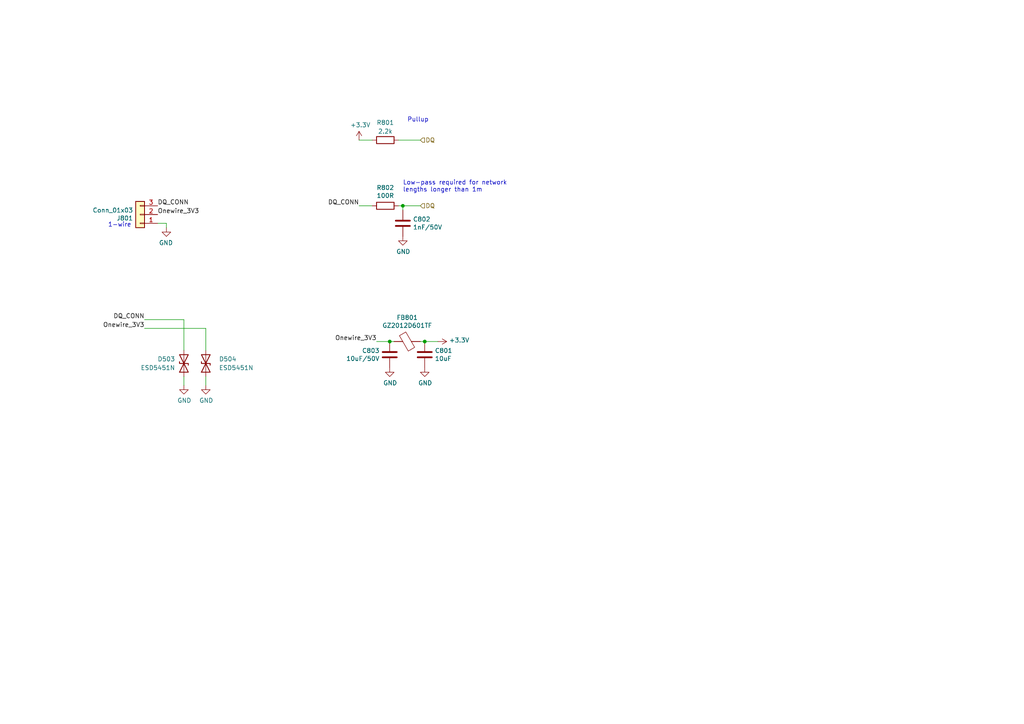
<source format=kicad_sch>
(kicad_sch (version 20230121) (generator eeschema)
  (paper "A4")
  (title_block (title "Hat Labs Marine Engine & Tank interface (HALMET)") (date "2024-01-18") (rev "1.0.1") (company "Hat Labs Ltd") (comment 1 "https://creativecommons.org/licenses/by-sa/4.0") (comment 2 "To view a copy of this license, visit ") (comment 3 "HALMET is licensed under CC BY-SA 4.0."))
  (lib_symbols
    (symbol "Connector_Generic:Conn_01x03" (pin_names (offset 1.016) hide)
      (property "Reference" "J" (at 0 5.08 0))
      (property "Value" "Conn_01x03" (at 0 -5.08 0))
      (symbol "Conn_01x03_1_1"
        (rectangle (start -1.27 -2.413) (end 0 -2.667) (stroke (width 0.1524)))
        (rectangle (start -1.27 0.127) (end 0 -0.127) (stroke (width 0.1524)))
        (rectangle (start -1.27 2.667) (end 0 2.413) (stroke (width 0.1524)))
        (rectangle (start -1.27 3.81) (end 1.27 -3.81) (stroke (width 0.254)) (fill (type background)))
        (pin passive line (at -5.08 2.54 0) (length 3.81) (name "Pin_1") (number "1"))
        (pin passive line (at -5.08 0 0) (length 3.81) (name "Pin_2") (number "2"))
        (pin passive line (at -5.08 -2.54 0) (length 3.81) (name "Pin_3") (number "3"))
      )
    )
    (symbol "Device:C" (pin_numbers hide) (pin_names (offset 0.254))
      (property "Reference" "C" (at 0.635 2.54 0))
      (property "Value" "C" (at 0.635 -2.54 0))
      (symbol "C_0_1"
        (polyline (pts (xy -2.032 -0.762) (xy 2.032 -0.762)) (stroke (width 0.508)))
        (polyline (pts (xy -2.032 0.762) (xy 2.032 0.762)) (stroke (width 0.508)))
      )
      (symbol "C_1_1"
        (pin passive line (at 0 3.81 270) (length 2.794) (name "~") (number "1"))
        (pin passive line (at 0 -3.81 90) (length 2.794) (name "~") (number "2"))
      )
    )
    (symbol "Device:D_TVS" (pin_numbers hide) (pin_names (offset 1.016) hide)
      (property "Reference" "D" (at 0 2.54 0))
      (property "Value" "D_TVS" (at 0 -2.54 0))
      (symbol "D_TVS_0_1"
        (polyline (pts (xy 1.27 0) (xy -1.27 0)))
        (polyline (pts (xy 0.508 1.27) (xy 0 1.27) (xy 0 -1.27) (xy -0.508 -1.27)) (stroke (width 0.254)))
        (polyline (pts (xy -2.54 1.27) (xy -2.54 -1.27) (xy 2.54 1.27) (xy 2.54 -1.27) (xy -2.54 1.27)) (stroke (width 0.254)))
      )
      (symbol "D_TVS_1_1"
        (pin passive line (at -3.81 0 0) (length 2.54) (name "A1") (number "1"))
        (pin passive line (at 3.81 0 180) (length 2.54) (name "A2") (number "2"))
      )
    )
    (symbol "Device:FerriteBead" (pin_numbers hide) (pin_names (offset 0))
      (property "Reference" "FB" (at -3.81 0.635 90))
      (property "Value" "FerriteBead" (at 3.81 0 90))
      (symbol "FerriteBead_0_1"
        (polyline (pts (xy 0 -1.27) (xy 0 -1.2192)))
        (polyline (pts (xy 0 1.27) (xy 0 1.2954)))
        (polyline (pts (xy -2.7686 0.4064) (xy -1.7018 2.2606) (xy 2.7686 -0.3048) (xy 1.6764 -2.159) (xy -2.7686 0.4064)))
      )
      (symbol "FerriteBead_1_1"
        (pin passive line (at 0 3.81 270) (length 2.54) (name "~") (number "1"))
        (pin passive line (at 0 -3.81 90) (length 2.54) (name "~") (number "2"))
      )
    )
    (symbol "Device:R" (pin_numbers hide) (pin_names (offset 0))
      (property "Reference" "R" (at 2.032 0 90))
      (property "Value" "R" (at 0 0 90))
      (symbol "R_0_1"
        (rectangle (start -1.016 -2.54) (end 1.016 2.54) (stroke (width 0.254)))
      )
      (symbol "R_1_1"
        (pin passive line (at 0 3.81 270) (length 1.27) (name "~") (number "1"))
        (pin passive line (at 0 -3.81 90) (length 1.27) (name "~") (number "2"))
      )
    )
    (symbol "power:+3.3V" (power) (pin_names (offset 0))
      (property "Value" "+3.3V" (at 0 3.556 0))
      (symbol "+3.3V_0_1"
        (polyline (pts (xy -0.762 1.27) (xy 0 2.54)))
        (polyline (pts (xy 0 0) (xy 0 2.54)))
        (polyline (pts (xy 0 2.54) (xy 0.762 1.27)))
      )
      (symbol "+3.3V_1_1"
        (pin power_in line (at 0 0 90) (length 0) hide (name "+3.3V") (number "1"))
      )
    )
    (symbol "power:GND" (power) (pin_names (offset 0))
      (property "Value" "GND" (at 0 -3.81 0))
      (symbol "GND_0_1"
        (polyline (pts (xy 0 0) (xy 0 -1.27) (xy 1.27 -1.27) (xy 0 -2.54) (xy -1.27 -1.27) (xy 0 -1.27)))
      )
      (symbol "GND_1_1"
        (pin power_in line (at 0 0 270) (length 0) hide (name "GND") (number "1"))
      )
    )
  )
  (junction (at 116.84 59.69))
  (junction (at 123.19 99.06))
  (junction (at 113.03 99.06))
  (wire (pts (xy 116.84 59.69) (xy 121.92 59.69)))
  (wire (pts (xy 48.26 64.77) (xy 48.26 66.04)))
  (wire (pts (xy 41.91 92.71) (xy 53.34 92.71)))
  (wire (pts (xy 116.84 59.69) (xy 116.84 60.96)))
  (wire (pts (xy 109.22 99.06) (xy 113.03 99.06)))
  (wire (pts (xy 41.91 95.25) (xy 59.69 95.25)))
  (wire (pts (xy 59.69 109.22) (xy 59.69 111.76)))
  (wire (pts (xy 113.03 99.06) (xy 114.3 99.06)))
  (wire (pts (xy 104.14 40.64) (xy 107.95 40.64)))
  (wire (pts (xy 121.92 99.06) (xy 123.19 99.06)))
  (wire (pts (xy 53.34 92.71) (xy 53.34 101.6)))
  (wire (pts (xy 107.95 59.69) (xy 104.14 59.69)))
  (wire (pts (xy 121.92 40.64) (xy 115.57 40.64)))
  (wire (pts (xy 59.69 95.25) (xy 59.69 101.6)))
  (wire (pts (xy 53.34 109.22) (xy 53.34 111.76)))
  (wire (pts (xy 115.57 59.69) (xy 116.84 59.69)))
  (wire (pts (xy 45.72 64.77) (xy 48.26 64.77)))
  (wire (pts (xy 123.19 99.06) (xy 127 99.06)))
  (text "1-wire" (at 38.1 66.04 0) (effects (font (size 1.27 1.27)) (justify right bottom)))
  (text "Low-pass required for network\nlengths longer than 1m" (at 116.84 55.88 0) (effects (font (size 1.27 1.27)) (justify left bottom)))
  (text "Pullup" (at 118.11 35.56 0) (effects (font (size 1.27 1.27)) (justify left bottom)))
  (label "Onewire_3V3" (at 45.72 62.23 0))
  (label "Onewire_3V3" (at 41.91 95.25 180))
  (label "Onewire_3V3" (at 109.22 99.06 180))
  (label "DQ_CONN" (at 104.14 59.69 180))
  (label "DQ_CONN" (at 45.72 59.69 0))
  (label "DQ_CONN" (at 41.91 92.71 180))
  (hierarchical_label "DQ" (shape input) (at 121.92 59.69 0))
  (hierarchical_label "DQ" (shape input) (at 121.92 40.64 0))
  (symbol (lib_id "power:+3.3V") (at 104.14 40.64 0) (unit 1)
    (property "Reference" "#PWR0805" (effects hide))
    (property "Value" "+3.3V" (at 104.521 36.2458 0))
  )
  (symbol (lib_id "Device:R") (at 111.76 40.64 270) (unit 1)
    (property "Reference" "R801" (at 111.76 35.56 90))
    (property "Value" "2.2k" (at 111.76 38.1 90))
    (property "Footprint" "Resistor_SMD:R_0402_1005Metric" (effects hide))
    (property "LCSC" "C25879" (effects hide))
  )
  (symbol (lib_id "Connector_Generic:Conn_01x03") (at 40.64 62.23 180) (unit 1)
    (property "Reference" "J801" (at 38.608 63.2968 0) (effects (justify left)))
    (property "Value" "Conn_01x03" (at 38.608 60.9854 0) (effects (justify left)))
    (property "Footprint" "Connector_PinHeader_2.54mm:PinHeader_1x03_P2.54mm_Vertical" (effects hide))
    (property "LCSC" "C49257" (effects hide))
    (property "JLCPCB_CORRECTION" "0;2.54;90" (effects hide))
  )
  (symbol (lib_id "power:+3.3V") (at 127 99.06 270) (mirror x) (unit 1)
    (property "Reference" "#PWR0809" (effects hide))
    (property "Value" "+3.3V" (at 130.2512 98.679 90) (effects (justify left)))
  )
  (symbol (lib_id "Device:C") (at 113.03 102.87 0) (mirror y) (unit 1)
    (property "Reference" "C803" (at 110.109 101.7016 0) (effects (justify left)))
    (property "Value" "10uF/50V" (at 110.109 104.013 0) (effects (justify left)))
    (property "Footprint" "Capacitor_SMD:C_1206_3216Metric" (effects hide))
    (property "LCSC" "C13585" (effects hide))
  )
  (symbol (lib_id "power:GND") (at 113.03 106.68 0) (unit 1)
    (property "Reference" "#PWR0808" (effects hide))
    (property "Value" "GND" (at 113.157 111.0742 0))
  )
  (symbol (lib_id "Device:C") (at 123.19 102.87 0) (unit 1)
    (property "Reference" "C801" (at 126.111 101.7016 0) (effects (justify left)))
    (property "Value" "10uF" (at 126.111 104.013 0) (effects (justify left)))
    (property "Footprint" "Capacitor_SMD:C_0402_1005Metric" (effects hide))
    (property "LCSC" "C15525" (effects hide))
  )
  (symbol (lib_id "Device:FerriteBead") (at 118.11 99.06 90) (mirror x) (unit 1)
    (property "Reference" "FB801" (at 118.11 92.1004 90))
    (property "Value" "GZ2012D601TF" (at 118.11 94.4118 90))
    (property "Footprint" "Inductor_SMD:L_0805_2012Metric" (effects hide))
    (property "LCSC" "C1017" (effects hide))
  )
  (symbol (lib_id "Device:R") (at 111.76 59.69 270) (unit 1)
    (property "Reference" "R802" (at 111.76 54.4322 90))
    (property "Value" "100R" (at 111.76 56.7436 90))
    (property "Footprint" "Resistor_SMD:R_0805_2012Metric" (effects hide))
    (property "LCSC" "C17408" (effects hide))
  )
  (symbol (lib_id "Device:C") (at 116.84 64.77 0) (unit 1)
    (property "Reference" "C802" (at 119.761 63.6016 0) (effects (justify left)))
    (property "Value" "1nF/50V" (at 119.761 65.913 0) (effects (justify left)))
    (property "Footprint" "Capacitor_SMD:C_0603_1608Metric" (effects hide))
    (property "LCSC" "C1588" (effects hide))
  )
  (symbol (lib_id "power:GND") (at 116.84 68.58 0) (unit 1)
    (property "Reference" "#PWR0807" (effects hide))
    (property "Value" "GND" (at 116.967 72.9742 0))
  )
  (symbol (lib_id "power:GND") (at 48.26 66.04 0) (mirror y) (unit 1)
    (property "Reference" "#PWR0802" (effects hide))
    (property "Value" "GND" (at 48.133 70.4342 0))
  )
  (symbol (lib_id "power:GND") (at 123.19 106.68 0) (unit 1)
    (property "Reference" "#PWR0806" (effects hide))
    (property "Value" "GND" (at 123.317 111.0742 0))
  )
  (symbol (lib_id "Device:D_TVS") (at 59.69 105.41 90) (unit 1)
    (property "Reference" "D504" (at 63.5 104.14 90) (effects (justify right)))
    (property "Value" "ESD5451N" (at 63.5 106.68 90) (effects (justify right)))
    (property "Footprint" "Diode_SMD:D_0402_1005Metric" (effects hide))
    (property "LCSC" "C2936977" (effects hide))
  )
  (symbol (lib_id "Device:D_TVS") (at 53.34 105.41 90) (unit 1)
    (property "Reference" "D503" (at 50.8 104.14 90) (effects (justify left)))
    (property "Value" "ESD5451N" (at 50.8 106.68 90) (effects (justify left)))
    (property "Footprint" "Diode_SMD:D_0402_1005Metric" (effects hide))
    (property "LCSC" "C2936977" (effects hide))
  )
  (symbol (lib_id "power:GND") (at 59.69 111.76 0) (unit 1)
    (property "Reference" "#PWR0508" (effects hide))
    (property "Value" "GND" (at 59.817 116.1542 0))
  )
  (symbol (lib_id "power:GND") (at 53.34 111.76 0) (unit 1)
    (property "Reference" "#PWR0507" (effects hide))
    (property "Value" "GND" (at 53.467 116.1542 0))
  )
)
</source>
